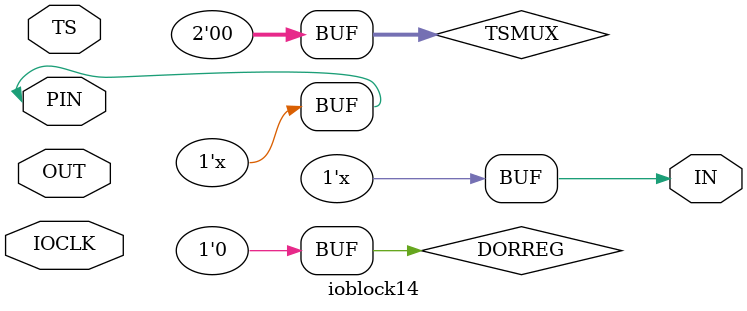
<source format=v>
module ioblock14(
	       inout  PIN,
	       input  TS,
	       input  OUT,
	       output IN,
	       input IOCLK
	       );
   
   reg 		     D;
   reg [2-1:0] 	     TSMUX;
   reg 		     DORREG;

   assign PIN = ( TSMUX == 2'b00 ) ? 1'bz : (( TSMUX == 2'b01 && TS == 1'b1 ) ? OUT : (( TSMUX == 2'b01 && TS == 1'b0 ) ? 1'bz : OUT));
   assign IN  = ( DORREG == 1'b0 ) ? PIN  : D;
   
   initial
     begin
	D=1'b0;
	TSMUX=2'b00;
	DORREG=1'b0;
     end
   
   always @(posedge IOCLK) D=PIN;
   
endmodule       

</source>
